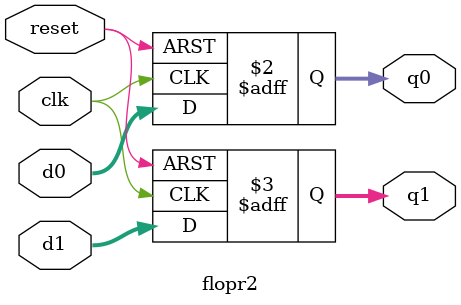
<source format=v>
`timescale 1ns / 1ps

module flopr2 (
	clk,
	reset,
	d0,
	d1,
	q0,
	q1
);
	parameter WIDTH = 8;
	input wire clk;
	input wire reset;
	input wire [WIDTH - 1:0] d0;
	input wire [WIDTH - 1:0] d1;
	output reg [WIDTH - 1:0] q0;
	output reg [WIDTH - 1:0] q1;
	always @(posedge clk or posedge reset)
		if (reset) begin
			q0 <= 0;
			q1 <= 0;
		end
		else begin
			q0 <= d0;
			q1 <= d1;
        end 
endmodule

</source>
